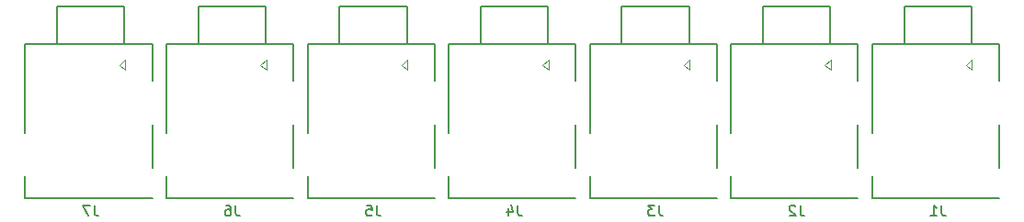
<source format=gbr>
%TF.GenerationSoftware,KiCad,Pcbnew,5.1.9+dfsg1-1*%
%TF.CreationDate,2021-03-30T03:15:21-07:00*%
%TF.ProjectId,hygrometer_connector_board,68796772-6f6d-4657-9465-725f636f6e6e,1.0*%
%TF.SameCoordinates,Original*%
%TF.FileFunction,Legend,Bot*%
%TF.FilePolarity,Positive*%
%FSLAX46Y46*%
G04 Gerber Fmt 4.6, Leading zero omitted, Abs format (unit mm)*
G04 Created by KiCad (PCBNEW 5.1.9+dfsg1-1) date 2021-03-30 03:15:21*
%MOMM*%
%LPD*%
G01*
G04 APERTURE LIST*
%ADD10C,0.150000*%
%ADD11C,0.120000*%
%ADD12O,1.700000X1.700000*%
%ADD13R,1.700000X1.700000*%
%ADD14O,2.000000X4.000000*%
%ADD15O,4.000000X2.000000*%
%ADD16R,4.000000X2.000000*%
G04 APERTURE END LIST*
D10*
%TO.C,J7*%
X110100000Y-96400000D02*
X110100000Y-99900000D01*
X103900000Y-96400000D02*
X110100000Y-96400000D01*
X103900000Y-99900000D02*
X103900000Y-96400000D01*
X112650000Y-99900000D02*
X100950000Y-99900000D01*
X112650000Y-103300000D02*
X112650000Y-99900000D01*
X112650000Y-111300000D02*
X112650000Y-107300000D01*
X100950000Y-114100000D02*
X112650000Y-114100000D01*
X100950000Y-112100000D02*
X100950000Y-114100000D01*
X100950000Y-99900000D02*
X100950000Y-108100000D01*
D11*
X109600000Y-101800000D02*
X110150000Y-101300000D01*
X110150000Y-101300000D02*
X110150000Y-102300000D01*
X110150000Y-102300000D02*
X109600000Y-101800000D01*
D10*
%TO.C,J6*%
X123100000Y-96400000D02*
X123100000Y-99900000D01*
X116900000Y-96400000D02*
X123100000Y-96400000D01*
X116900000Y-99900000D02*
X116900000Y-96400000D01*
X125650000Y-99900000D02*
X113950000Y-99900000D01*
X125650000Y-103300000D02*
X125650000Y-99900000D01*
X125650000Y-111300000D02*
X125650000Y-107300000D01*
X113950000Y-114100000D02*
X125650000Y-114100000D01*
X113950000Y-112100000D02*
X113950000Y-114100000D01*
X113950000Y-99900000D02*
X113950000Y-108100000D01*
D11*
X122600000Y-101800000D02*
X123150000Y-101300000D01*
X123150000Y-101300000D02*
X123150000Y-102300000D01*
X123150000Y-102300000D02*
X122600000Y-101800000D01*
D10*
%TO.C,J5*%
X136100000Y-96400000D02*
X136100000Y-99900000D01*
X129900000Y-96400000D02*
X136100000Y-96400000D01*
X129900000Y-99900000D02*
X129900000Y-96400000D01*
X138650000Y-99900000D02*
X126950000Y-99900000D01*
X138650000Y-103300000D02*
X138650000Y-99900000D01*
X138650000Y-111300000D02*
X138650000Y-107300000D01*
X126950000Y-114100000D02*
X138650000Y-114100000D01*
X126950000Y-112100000D02*
X126950000Y-114100000D01*
X126950000Y-99900000D02*
X126950000Y-108100000D01*
D11*
X135600000Y-101800000D02*
X136150000Y-101300000D01*
X136150000Y-101300000D02*
X136150000Y-102300000D01*
X136150000Y-102300000D02*
X135600000Y-101800000D01*
D10*
%TO.C,J4*%
X149100000Y-96400000D02*
X149100000Y-99900000D01*
X142900000Y-96400000D02*
X149100000Y-96400000D01*
X142900000Y-99900000D02*
X142900000Y-96400000D01*
X151650000Y-99900000D02*
X139950000Y-99900000D01*
X151650000Y-103300000D02*
X151650000Y-99900000D01*
X151650000Y-111300000D02*
X151650000Y-107300000D01*
X139950000Y-114100000D02*
X151650000Y-114100000D01*
X139950000Y-112100000D02*
X139950000Y-114100000D01*
X139950000Y-99900000D02*
X139950000Y-108100000D01*
D11*
X148600000Y-101800000D02*
X149150000Y-101300000D01*
X149150000Y-101300000D02*
X149150000Y-102300000D01*
X149150000Y-102300000D02*
X148600000Y-101800000D01*
D10*
%TO.C,J3*%
X162100000Y-96400000D02*
X162100000Y-99900000D01*
X155900000Y-96400000D02*
X162100000Y-96400000D01*
X155900000Y-99900000D02*
X155900000Y-96400000D01*
X164650000Y-99900000D02*
X152950000Y-99900000D01*
X164650000Y-103300000D02*
X164650000Y-99900000D01*
X164650000Y-111300000D02*
X164650000Y-107300000D01*
X152950000Y-114100000D02*
X164650000Y-114100000D01*
X152950000Y-112100000D02*
X152950000Y-114100000D01*
X152950000Y-99900000D02*
X152950000Y-108100000D01*
D11*
X161600000Y-101800000D02*
X162150000Y-101300000D01*
X162150000Y-101300000D02*
X162150000Y-102300000D01*
X162150000Y-102300000D02*
X161600000Y-101800000D01*
D10*
%TO.C,J2*%
X175100000Y-96400000D02*
X175100000Y-99900000D01*
X168900000Y-96400000D02*
X175100000Y-96400000D01*
X168900000Y-99900000D02*
X168900000Y-96400000D01*
X177650000Y-99900000D02*
X165950000Y-99900000D01*
X177650000Y-103300000D02*
X177650000Y-99900000D01*
X177650000Y-111300000D02*
X177650000Y-107300000D01*
X165950000Y-114100000D02*
X177650000Y-114100000D01*
X165950000Y-112100000D02*
X165950000Y-114100000D01*
X165950000Y-99900000D02*
X165950000Y-108100000D01*
D11*
X174600000Y-101800000D02*
X175150000Y-101300000D01*
X175150000Y-101300000D02*
X175150000Y-102300000D01*
X175150000Y-102300000D02*
X174600000Y-101800000D01*
D10*
%TO.C,J1*%
X188100000Y-96400000D02*
X188100000Y-99900000D01*
X181900000Y-96400000D02*
X188100000Y-96400000D01*
X181900000Y-99900000D02*
X181900000Y-96400000D01*
X190650000Y-99900000D02*
X178950000Y-99900000D01*
X190650000Y-103300000D02*
X190650000Y-99900000D01*
X190650000Y-111300000D02*
X190650000Y-107300000D01*
X178950000Y-114100000D02*
X190650000Y-114100000D01*
X178950000Y-112100000D02*
X178950000Y-114100000D01*
X178950000Y-99900000D02*
X178950000Y-108100000D01*
D11*
X187600000Y-101800000D02*
X188150000Y-101300000D01*
X188150000Y-101300000D02*
X188150000Y-102300000D01*
X188150000Y-102300000D02*
X187600000Y-101800000D01*
%TO.C,J7*%
D10*
X107333333Y-114752380D02*
X107333333Y-115466666D01*
X107380952Y-115609523D01*
X107476190Y-115704761D01*
X107619047Y-115752380D01*
X107714285Y-115752380D01*
X106952380Y-114752380D02*
X106285714Y-114752380D01*
X106714285Y-115752380D01*
%TO.C,J6*%
X120333333Y-114752380D02*
X120333333Y-115466666D01*
X120380952Y-115609523D01*
X120476190Y-115704761D01*
X120619047Y-115752380D01*
X120714285Y-115752380D01*
X119428571Y-114752380D02*
X119619047Y-114752380D01*
X119714285Y-114800000D01*
X119761904Y-114847619D01*
X119857142Y-114990476D01*
X119904761Y-115180952D01*
X119904761Y-115561904D01*
X119857142Y-115657142D01*
X119809523Y-115704761D01*
X119714285Y-115752380D01*
X119523809Y-115752380D01*
X119428571Y-115704761D01*
X119380952Y-115657142D01*
X119333333Y-115561904D01*
X119333333Y-115323809D01*
X119380952Y-115228571D01*
X119428571Y-115180952D01*
X119523809Y-115133333D01*
X119714285Y-115133333D01*
X119809523Y-115180952D01*
X119857142Y-115228571D01*
X119904761Y-115323809D01*
%TO.C,J5*%
X133333333Y-114752380D02*
X133333333Y-115466666D01*
X133380952Y-115609523D01*
X133476190Y-115704761D01*
X133619047Y-115752380D01*
X133714285Y-115752380D01*
X132380952Y-114752380D02*
X132857142Y-114752380D01*
X132904761Y-115228571D01*
X132857142Y-115180952D01*
X132761904Y-115133333D01*
X132523809Y-115133333D01*
X132428571Y-115180952D01*
X132380952Y-115228571D01*
X132333333Y-115323809D01*
X132333333Y-115561904D01*
X132380952Y-115657142D01*
X132428571Y-115704761D01*
X132523809Y-115752380D01*
X132761904Y-115752380D01*
X132857142Y-115704761D01*
X132904761Y-115657142D01*
%TO.C,J4*%
X146333333Y-114752380D02*
X146333333Y-115466666D01*
X146380952Y-115609523D01*
X146476190Y-115704761D01*
X146619047Y-115752380D01*
X146714285Y-115752380D01*
X145428571Y-115085714D02*
X145428571Y-115752380D01*
X145666666Y-114704761D02*
X145904761Y-115419047D01*
X145285714Y-115419047D01*
%TO.C,J3*%
X159333333Y-114752380D02*
X159333333Y-115466666D01*
X159380952Y-115609523D01*
X159476190Y-115704761D01*
X159619047Y-115752380D01*
X159714285Y-115752380D01*
X158952380Y-114752380D02*
X158333333Y-114752380D01*
X158666666Y-115133333D01*
X158523809Y-115133333D01*
X158428571Y-115180952D01*
X158380952Y-115228571D01*
X158333333Y-115323809D01*
X158333333Y-115561904D01*
X158380952Y-115657142D01*
X158428571Y-115704761D01*
X158523809Y-115752380D01*
X158809523Y-115752380D01*
X158904761Y-115704761D01*
X158952380Y-115657142D01*
%TO.C,J2*%
X172333333Y-114752380D02*
X172333333Y-115466666D01*
X172380952Y-115609523D01*
X172476190Y-115704761D01*
X172619047Y-115752380D01*
X172714285Y-115752380D01*
X171904761Y-114847619D02*
X171857142Y-114800000D01*
X171761904Y-114752380D01*
X171523809Y-114752380D01*
X171428571Y-114800000D01*
X171380952Y-114847619D01*
X171333333Y-114942857D01*
X171333333Y-115038095D01*
X171380952Y-115180952D01*
X171952380Y-115752380D01*
X171333333Y-115752380D01*
%TO.C,J1*%
X185333333Y-114752380D02*
X185333333Y-115466666D01*
X185380952Y-115609523D01*
X185476190Y-115704761D01*
X185619047Y-115752380D01*
X185714285Y-115752380D01*
X184333333Y-115752380D02*
X184904761Y-115752380D01*
X184619047Y-115752380D02*
X184619047Y-114752380D01*
X184714285Y-114895238D01*
X184809523Y-114990476D01*
X184904761Y-115038095D01*
%TD*%
%LPC*%
D12*
%TO.C,J10*%
X172460000Y-122000000D03*
D13*
X175000000Y-122000000D03*
%TD*%
D12*
%TO.C,J9*%
X184460000Y-122000000D03*
D13*
X187000000Y-122000000D03*
%TD*%
D12*
%TO.C,J8*%
X145220000Y-122000000D03*
X147760000Y-122000000D03*
X150300000Y-122000000D03*
X152840000Y-122000000D03*
X155380000Y-122000000D03*
X157920000Y-122000000D03*
X160460000Y-122000000D03*
D13*
X163000000Y-122000000D03*
%TD*%
D14*
%TO.C,J7*%
X111500000Y-105300000D03*
D15*
X111200000Y-112900000D03*
D14*
X104500000Y-108400000D03*
X102000000Y-110100000D03*
D16*
X107000000Y-101800000D03*
%TD*%
D14*
%TO.C,J6*%
X124500000Y-105300000D03*
D15*
X124200000Y-112900000D03*
D14*
X117500000Y-108400000D03*
X115000000Y-110100000D03*
D16*
X120000000Y-101800000D03*
%TD*%
D14*
%TO.C,J5*%
X137500000Y-105300000D03*
D15*
X137200000Y-112900000D03*
D14*
X130500000Y-108400000D03*
X128000000Y-110100000D03*
D16*
X133000000Y-101800000D03*
%TD*%
D14*
%TO.C,J4*%
X150500000Y-105300000D03*
D15*
X150200000Y-112900000D03*
D14*
X143500000Y-108400000D03*
X141000000Y-110100000D03*
D16*
X146000000Y-101800000D03*
%TD*%
D14*
%TO.C,J3*%
X163500000Y-105300000D03*
D15*
X163200000Y-112900000D03*
D14*
X156500000Y-108400000D03*
X154000000Y-110100000D03*
D16*
X159000000Y-101800000D03*
%TD*%
D14*
%TO.C,J2*%
X176500000Y-105300000D03*
D15*
X176200000Y-112900000D03*
D14*
X169500000Y-108400000D03*
X167000000Y-110100000D03*
D16*
X172000000Y-101800000D03*
%TD*%
D14*
%TO.C,J1*%
X189500000Y-105300000D03*
D15*
X189200000Y-112900000D03*
D14*
X182500000Y-108400000D03*
X180000000Y-110100000D03*
D16*
X185000000Y-101800000D03*
%TD*%
M02*

</source>
